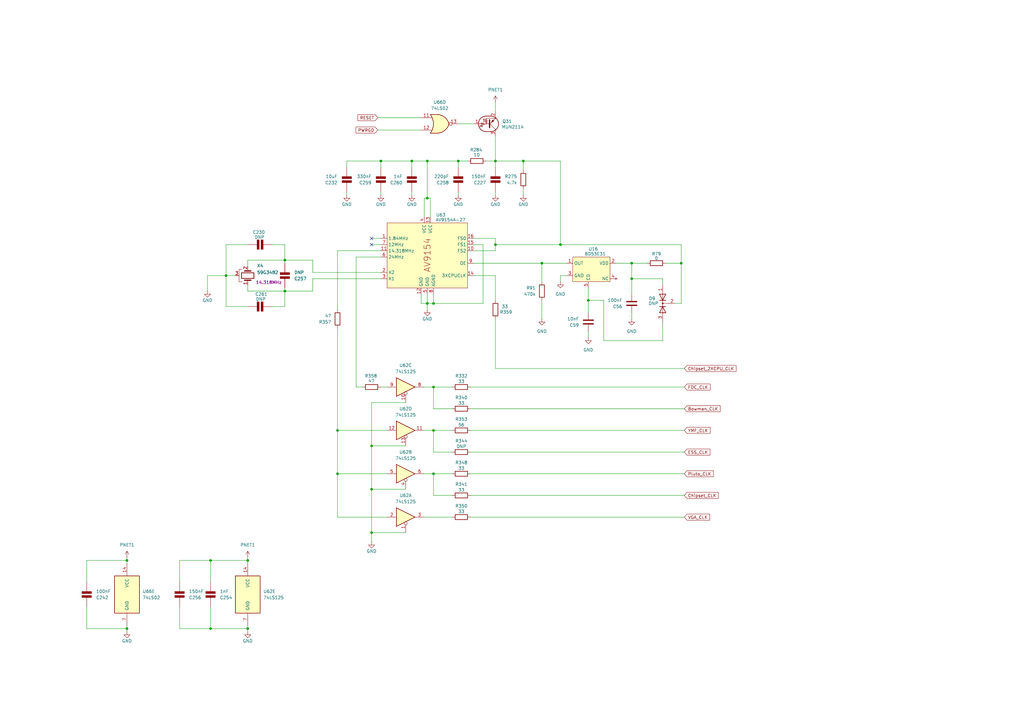
<source format=kicad_sch>
(kicad_sch (version 20250114) (generator "eeschema") (generator_version "9.0")
  (paper "A3")
  (title_block (title "PC110") (company "Recreated by: Ahmad Byagowi"))
  (lib_symbols
    (symbol "74xx:74LS02" (pin_names (offset 1.016))
      (property "Reference" "U" (at 0 1.27 0))
      (property "Value" "74LS02" (at 0 -1.27 0))
      (symbol "74LS02_1_1"
        (arc (start -3.81 3.81) (mid -2.589 0) (end -3.81 -3.81) (stroke (width 0.254)))
        (polyline (pts (xy -3.81 3.81) (xy -0.635 3.81)) (stroke (width 0.254)) (fill (type background)))
        (polyline (pts (xy -3.81 -3.81) (xy -0.635 -3.81)) (stroke (width 0.254)) (fill (type background)))
        (arc (start 3.81 0) (mid 2.1855 -2.584) (end -0.6096 -3.81) (stroke (width 0.254)) (fill (type background)))
        (arc (start -0.6096 3.81) (mid 2.1928 2.5924) (end 3.81 0) (stroke (width 0.254)) (fill (type background)))
        (polyline (pts (xy -0.635 3.81) (xy -3.81 3.81) (xy -3.81 3.81) (xy -3.556 3.4036) (xy -3.0226 2.2606) (xy -2.6924 1.0414) (xy -2.6162 -0.254) (xy -2.7686 -1.4986) (xy -3.175 -2.7178) (xy -3.81 -3.81) (xy -3.81 -3.81) (xy -0.635 -3.81)) (stroke (width -25.4)) (fill (type background)))
        (pin input line (at -7.62 2.54 0) (length 4.318) (name "~") (number "2"))
        (pin input line (at -7.62 -2.54 0) (length 4.318) (name "~") (number "3"))
        (pin output inverted (at 7.62 0 180) (length 3.81) (name "~") (number "1"))
      )
      (symbol "74LS02_1_2"
        (arc (start 0 3.81) (mid 3.7934 0) (end 0 -3.81) (stroke (width 0.254)) (fill (type background)))
        (polyline (pts (xy 0 3.81) (xy -3.81 3.81) (xy -3.81 -3.81) (xy 0 -3.81)) (stroke (width 0.254)) (fill (type background)))
        (pin input inverted (at -7.62 2.54 0) (length 3.81) (name "~") (number "2"))
        (pin input inverted (at -7.62 -2.54 0) (length 3.81) (name "~") (number "3"))
        (pin output line (at 7.62 0 180) (length 3.81) (name "~") (number "1"))
      )
      (symbol "74LS02_2_1"
        (arc (start -3.81 3.81) (mid -2.589 0) (end -3.81 -3.81) (stroke (width 0.254)))
        (polyline (pts (xy -3.81 3.81) (xy -0.635 3.81)) (stroke (width 0.254)) (fill (type background)))
        (polyline (pts (xy -3.81 -3.81) (xy -0.635 -3.81)) (stroke (width 0.254)) (fill (type background)))
        (arc (start 3.81 0) (mid 2.1855 -2.584) (end -0.6096 -3.81) (stroke (width 0.254)) (fill (type background)))
        (arc (start -0.6096 3.81) (mid 2.1928 2.5924) (end 3.81 0) (stroke (width 0.254)) (fill (type background)))
        (polyline (pts (xy -0.635 3.81) (xy -3.81 3.81) (xy -3.81 3.81) (xy -3.556 3.4036) (xy -3.0226 2.2606) (xy -2.6924 1.0414) (xy -2.6162 -0.254) (xy -2.7686 -1.4986) (xy -3.175 -2.7178) (xy -3.81 -3.81) (xy -3.81 -3.81) (xy -0.635 -3.81)) (stroke (width -25.4)) (fill (type background)))
        (pin input line (at -7.62 2.54 0) (length 4.318) (name "~") (number "5"))
        (pin input line (at -7.62 -2.54 0) (length 4.318) (name "~") (number "6"))
        (pin output inverted (at 7.62 0 180) (length 3.81) (name "~") (number "4"))
      )
      (symbol "74LS02_2_2"
        (arc (start 0 3.81) (mid 3.7934 0) (end 0 -3.81) (stroke (width 0.254)) (fill (type background)))
        (polyline (pts (xy 0 3.81) (xy -3.81 3.81) (xy -3.81 -3.81) (xy 0 -3.81)) (stroke (width 0.254)) (fill (type background)))
        (pin input inverted (at -7.62 2.54 0) (length 3.81) (name "~") (number "5"))
        (pin input inverted (at -7.62 -2.54 0) (length 3.81) (name "~") (number "6"))
        (pin output line (at 7.62 0 180) (length 3.81) (name "~") (number "4"))
      )
      (symbol "74LS02_3_1"
        (arc (start -3.81 3.81) (mid -2.589 0) (end -3.81 -3.81) (stroke (width 0.254)))
        (polyline (pts (xy -3.81 3.81) (xy -0.635 3.81)) (stroke (width 0.254)) (fill (type background)))
        (polyline (pts (xy -3.81 -3.81) (xy -0.635 -3.81)) (stroke (width 0.254)) (fill (type background)))
        (arc (start 3.81 0) (mid 2.1855 -2.584) (end -0.6096 -3.81) (stroke (width 0.254)) (fill (type background)))
        (arc (start -0.6096 3.81) (mid 2.1928 2.5924) (end 3.81 0) (stroke (width 0.254)) (fill (type background)))
        (polyline (pts (xy -0.635 3.81) (xy -3.81 3.81) (xy -3.81 3.81) (xy -3.556 3.4036) (xy -3.0226 2.2606) (xy -2.6924 1.0414) (xy -2.6162 -0.254) (xy -2.7686 -1.4986) (xy -3.175 -2.7178) (xy -3.81 -3.81) (xy -3.81 -3.81) (xy -0.635 -3.81)) (stroke (width -25.4)) (fill (type background)))
        (pin input line (at -7.62 2.54 0) (length 4.318) (name "~") (number "8"))
        (pin input line (at -7.62 -2.54 0) (length 4.318) (name "~") (number "9"))
        (pin output inverted (at 7.62 0 180) (length 3.81) (name "~") (number "10"))
      )
      (symbol "74LS02_3_2"
        (arc (start 0 3.81) (mid 3.7934 0) (end 0 -3.81) (stroke (width 0.254)) (fill (type background)))
        (polyline (pts (xy 0 3.81) (xy -3.81 3.81) (xy -3.81 -3.81) (xy 0 -3.81)) (stroke (width 0.254)) (fill (type background)))
        (pin input inverted (at -7.62 2.54 0) (length 3.81) (name "~") (number "8"))
        (pin input inverted (at -7.62 -2.54 0) (length 3.81) (name "~") (number "9"))
        (pin output line (at 7.62 0 180) (length 3.81) (name "~") (number "10"))
      )
      (symbol "74LS02_4_1"
        (arc (start -3.81 3.81) (mid -2.589 0) (end -3.81 -3.81) (stroke (width 0.254)))
        (polyline (pts (xy -3.81 3.81) (xy -0.635 3.81)) (stroke (width 0.254)) (fill (type background)))
        (polyline (pts (xy -3.81 -3.81) (xy -0.635 -3.81)) (stroke (width 0.254)) (fill (type background)))
        (arc (start 3.81 0) (mid 2.1855 -2.584) (end -0.6096 -3.81) (stroke (width 0.254)) (fill (type background)))
        (arc (start -0.6096 3.81) (mid 2.1928 2.5924) (end 3.81 0) (stroke (width 0.254)) (fill (type background)))
        (polyline (pts (xy -0.635 3.81) (xy -3.81 3.81) (xy -3.81 3.81) (xy -3.556 3.4036) (xy -3.0226 2.2606) (xy -2.6924 1.0414) (xy -2.6162 -0.254) (xy -2.7686 -1.4986) (xy -3.175 -2.7178) (xy -3.81 -3.81) (xy -3.81 -3.81) (xy -0.635 -3.81)) (stroke (width -25.4)) (fill (type background)))
        (pin input line (at -7.62 2.54 0) (length 4.318) (name "~") (number "11"))
        (pin input line (at -7.62 -2.54 0) (length 4.318) (name "~") (number "12"))
        (pin output inverted (at 7.62 0 180) (length 3.81) (name "~") (number "13"))
      )
      (symbol "74LS02_4_2"
        (arc (start 0 3.81) (mid 3.7934 0) (end 0 -3.81) (stroke (width 0.254)) (fill (type background)))
        (polyline (pts (xy 0 3.81) (xy -3.81 3.81) (xy -3.81 -3.81) (xy 0 -3.81)) (stroke (width 0.254)) (fill (type background)))
        (pin input inverted (at -7.62 2.54 0) (length 3.81) (name "~") (number "11"))
        (pin input inverted (at -7.62 -2.54 0) (length 3.81) (name "~") (number "12"))
        (pin output line (at 7.62 0 180) (length 3.81) (name "~") (number "13"))
      )
      (symbol "74LS02_5_0"
        (pin power_in line (at 0 12.7 270) (length 5.08) (name "VCC") (number "14"))
        (pin power_in line (at 0 -12.7 90) (length 5.08) (name "GND") (number "7"))
      )
      (symbol "74LS02_5_1"
        (rectangle (start -5.08 7.62) (end 5.08 -7.62) (stroke (width 0.254)) (fill (type background)))
      )
    )
    (symbol "74xx:74LS125" (pin_names (offset 1.016))
      (property "Reference" "U" (at 0 1.27 0))
      (property "Value" "74LS125" (at 0 -1.27 0))
      (symbol "74LS125_1_0"
        (polyline (pts (xy -3.81 3.81) (xy -3.81 -3.81) (xy 3.81 0) (xy -3.81 3.81)) (stroke (width 0.254)) (fill (type background)))
        (pin input line (at -7.62 0 0) (length 3.81) (name "~") (number "2"))
        (pin input inverted (at 0 -6.35 90) (length 4.445) (name "~") (number "1"))
        (pin tri_state line (at 7.62 0 180) (length 3.81) (name "~") (number "3"))
      )
      (symbol "74LS125_2_0"
        (polyline (pts (xy -3.81 3.81) (xy -3.81 -3.81) (xy 3.81 0) (xy -3.81 3.81)) (stroke (width 0.254)) (fill (type background)))
        (pin input line (at -7.62 0 0) (length 3.81) (name "~") (number "5"))
        (pin input inverted (at 0 -6.35 90) (length 4.445) (name "~") (number "4"))
        (pin tri_state line (at 7.62 0 180) (length 3.81) (name "~") (number "6"))
      )
      (symbol "74LS125_3_0"
        (polyline (pts (xy -3.81 3.81) (xy -3.81 -3.81) (xy 3.81 0) (xy -3.81 3.81)) (stroke (width 0.254)) (fill (type background)))
        (pin input line (at -7.62 0 0) (length 3.81) (name "~") (number "9"))
        (pin input inverted (at 0 -6.35 90) (length 4.445) (name "~") (number "10"))
        (pin tri_state line (at 7.62 0 180) (length 3.81) (name "~") (number "8"))
      )
      (symbol "74LS125_4_0"
        (polyline (pts (xy -3.81 3.81) (xy -3.81 -3.81) (xy 3.81 0) (xy -3.81 3.81)) (stroke (width 0.254)) (fill (type background)))
        (pin input line (at -7.62 0 0) (length 3.81) (name "~") (number "12"))
        (pin input inverted (at 0 -6.35 90) (length 4.445) (name "~") (number "13"))
        (pin tri_state line (at 7.62 0 180) (length 3.81) (name "~") (number "11"))
      )
      (symbol "74LS125_5_0"
        (pin power_in line (at 0 12.7 270) (length 5.08) (name "VCC") (number "14"))
        (pin power_in line (at 0 -12.7 90) (length 5.08) (name "GND") (number "7"))
      )
      (symbol "74LS125_5_1"
        (rectangle (start -5.08 7.62) (end 5.08 -7.62) (stroke (width 0.254)) (fill (type background)))
      )
    )
    (symbol "Device:C" (pin_numbers (hide yes)) (pin_names (offset 0.254))
      (property "Reference" "C" (at 0.635 2.54 0))
      (property "Value" "C" (at 0.635 -2.54 0))
      (symbol "C_0_1"
        (polyline (pts (xy -2.032 0.762) (xy 2.032 0.762)) (stroke (width 0.508)))
        (polyline (pts (xy -2.032 -0.762) (xy 2.032 -0.762)) (stroke (width 0.508)))
      )
      (symbol "C_1_1"
        (pin passive line (at 0 3.81 270) (length 2.794) (name "~") (number "1"))
        (pin passive line (at 0 -3.81 90) (length 2.794) (name "~") (number "2"))
      )
    )
    (symbol "Device:Crystal_GND3" (pin_names (offset 1.016) (hide yes))
      (property "Reference" "Y" (at 0 5.715 0))
      (property "Value" "Crystal_GND3" (at 0 3.81 0))
      (symbol "Crystal_GND3_0_1"
        (polyline (pts (xy -2.54 0) (xy -1.905 0)))
        (polyline (pts (xy -2.54 -2.286) (xy -2.54 -3.556) (xy 2.54 -3.556) (xy 2.54 -2.286)))
        (polyline (pts (xy -1.905 -1.27) (xy -1.905 1.27)) (stroke (width 0.508)))
        (rectangle (start -1.143 2.54) (end 1.143 -2.54) (stroke (width 0.3048)))
        (polyline (pts (xy 0 -3.81) (xy 0 -3.556)))
        (polyline (pts (xy 1.905 1.27) (xy 1.905 -1.27)) (stroke (width 0.508)))
        (polyline (pts (xy 1.905 0) (xy 2.54 0)))
      )
      (symbol "Crystal_GND3_1_1"
        (pin passive line (at -3.81 0 0) (length 1.27) (name "1") (number "1"))
        (pin passive line (at 0 -5.08 90) (length 1.27) (name "3") (number "3"))
        (pin passive line (at 3.81 0 180) (length 1.27) (name "2") (number "2"))
      )
    )
    (symbol "Device:D_Dual_CommonCathode_AKA" (pin_names (offset 0.762) (hide yes))
      (property "Reference" "D" (at 1.27 -2.54 0))
      (property "Value" "D_Dual_CommonCathode_AKA" (at 0 2.54 0))
      (symbol "D_Dual_CommonCathode_AKA_0_1"
        (polyline (pts (xy -3.81 1.27) (xy -1.27 0) (xy -3.81 -1.27) (xy -3.81 1.27) (xy -3.81 1.27) (xy -3.81 1.27)) (stroke (width 0.254)))
        (polyline (pts (xy -1.27 -1.27) (xy -1.27 1.27) (xy -1.27 1.27)) (stroke (width 0.254)))
        (polyline (pts (xy 0 0) (xy 0 -2.54)))
        (circle (center 0 0) (radius 0.254) (fill (type outline)))
        (polyline (pts (xy 1.27 -1.27) (xy 1.27 1.27) (xy 1.27 1.27)) (stroke (width 0.254)))
        (polyline (pts (xy 3.81 0) (xy -3.81 0)))
        (polyline (pts (xy 3.81 -1.27) (xy 1.27 0) (xy 3.81 1.27) (xy 3.81 -1.27) (xy 3.81 -1.27) (xy 3.81 -1.27)) (stroke (width 0.254)))
        (pin passive line (at -7.62 0 0) (length 3.81) (name "A") (number "1"))
        (pin passive line (at 0 -5.08 90) (length 2.54) (name "K") (number "2"))
        (pin passive line (at 7.62 0 180) (length 3.81) (name "A") (number "3"))
      )
    )
    (symbol "Device:R" (pin_numbers (hide yes)) (pin_names (offset 0))
      (property "Reference" "R" (at 2.032 0 90))
      (property "Value" "R" (at 0 0 90))
      (symbol "R_0_1"
        (rectangle (start -1.016 -2.54) (end 1.016 2.54) (stroke (width 0.254)))
      )
      (symbol "R_1_1"
        (pin passive line (at 0 3.81 270) (length 1.27) (name "~") (number "1"))
        (pin passive line (at 0 -3.81 90) (length 1.27) (name "~") (number "2"))
      )
    )
    (symbol "PC110:AV9154"
      (property "Reference" "U" (at -1.397 -23.495 0))
      (symbol "AV9154_1_1"
        (rectangle (start -16.51 12.7) (end 16.51 -13.97) (fill (type color) (color 255 255 194 1)))
        (text "AV9154" (at 0 -0.508 900) (effects (font (size 2.54 2.54))))
        (pin output line (at -19.05 6.35 0) (length 2.54) (name "1.84MHz") (number "1"))
        (pin output line (at -19.05 3.81 0) (length 2.54) (name "12MHz") (number "7"))
        (pin output line (at -19.05 1.27 0) (length 2.54) (name "14.318MHz") (number "11"))
        (pin output line (at -19.05 -1.27 0) (length 2.54) (name "24MHz") (number "6"))
        (pin bidirectional line (at -19.05 -7.62 0) (length 2.54) (name "X2") (number "2"))
        (pin bidirectional line (at -19.05 -10.16 0) (length 2.54) (name "X1") (number "3"))
        (pin power_in line (at -2.54 -16.51 90) (length 2.54) (name "GND") (number "12"))
        (pin power_in line (at -1.27 15.24 270) (length 2.54) (name "VCC") (number "4"))
        (pin power_in line (at 0 -16.51 90) (length 2.54) (name "GND") (number "5"))
        (pin power_in line (at 1.27 15.24 270) (length 2.54) (name "VCC") (number "13"))
        (pin power_in line (at 2.54 -16.51 90) (length 2.54) (name "AGND") (number "8"))
        (pin input line (at 19.05 6.35 180) (length 2.54) (name "FS0") (number "16"))
        (pin input line (at 19.05 3.81 180) (length 2.54) (name "FS1") (number "15"))
        (pin input line (at 19.05 1.27 180) (length 2.54) (name "FS2") (number "10"))
        (pin input line (at 19.05 -3.81 180) (length 2.54) (name "OE") (number "9"))
        (pin input line (at 19.05 -8.89 180) (length 2.54) (name "3XCPUCLK") (number "14"))
      )
    )
    (symbol "PC110:QC01"
      (property "Reference" "U" (at -4.826 6.096 0))
      (symbol "QC01_1_1"
        (rectangle (start -7.62 5.08) (end 7.62 -5.08) (fill (type color) (color 255 255 194 1)))
        (pin power_in line (at -10.16 2.54 0) (length 2.54) (name "VDD") (number "2"))
        (pin no_connect line (at -10.16 -3.81 0) (length 2.54) (name "NC") (number "4"))
        (pin input line (at 1.27 -7.62 90) (length 2.54) (name "CD") (number "5"))
        (pin output line (at 10.16 2.54 180) (length 2.54) (name "OUT") (number "1"))
        (pin power_in line (at 10.16 -2.54 180) (length 2.54) (name "GND") (number "3"))
      )
    )
    (symbol "PCM_Elektuur:C" (pin_numbers (hide yes)) (pin_names (offset 0) (hide yes))
      (property "Reference" "C" (at 0.635 3.175 0))
      (property "Value" "C" (at 0.635 -3.175 0))
      (symbol "C_1_1"
        (rectangle (start -1.905 1.1938) (end 1.905 0.4318) (stroke (width 0.254)) (fill (type outline)))
        (rectangle (start -1.905 -0.4318) (end 1.905 -1.1938) (stroke (width 0.254)) (fill (type outline)))
        (pin passive line (at 0 5.08 270) (length 3.8862) (name "+") (number "1"))
        (pin passive line (at 0 -5.08 90) (length 3.8862) (name "-") (number "2"))
      )
      (symbol "C_1_2"
        (polyline (pts (xy -1.905 0.4318) (xy 1.905 0.4318) (xy 1.905 1.4986) (xy -1.905 1.4986) (xy -1.905 0.4318) (xy -1.8034 0.5334) (xy -1.8034 1.397) (xy 1.8034 1.397) (xy 1.8034 0.5334) (xy -1.8034 0.5334) (xy -1.905 0.4318)) (stroke (width 0.254)) (fill (type outline)))
        (polyline (pts (xy -1.905 -1.4986) (xy 1.905 -1.4986) (xy 1.905 -0.4318) (xy -1.905 -0.4318) (xy -1.905 -1.4986) (xy -1.8034 -1.397) (xy -1.8034 -0.5334) (xy 1.8034 -0.5334) (xy 1.8034 -1.397) (xy -1.8034 -1.397) (xy -1.905 -1.4986)) (stroke (width 0.254)) (fill (type outline)))
        (pin passive line (at 0 5.08 270) (length 3.5814) (name "+") (number "1"))
        (pin passive line (at 0 -5.08 90) (length 3.5814) (name "-") (number "2"))
      )
    )
    (symbol "Transistor_BJT:DTA114Y" (pin_names (offset 0) (hide yes))
      (property "Reference" "Q" (at 5.08 1.905 0))
      (property "Value" "DTA114Y" (at 5.08 0 0))
      (symbol "DTA114Y_0_0"
        (text "10k" (at -3.302 0.889 0) (effects (font (size 0.508 0.508))))
        (text "47k" (at -2.159 -1.524 900) (effects (font (size 0.508 0.508))))
      )
      (symbol "DTA114Y_0_1"
        (polyline (pts (xy -3.429 0) (xy -3.81 0)))
        (polyline (pts (xy -1.27 3.175) (xy 0.635 3.175)) (stroke (width 0.254)))
        (circle (center -1.27 0) (radius 0.127))
        (polyline (pts (xy -1.27 0) (xy -1.27 -0.381) (xy -0.762 -0.508) (xy -1.778 -0.762) (xy -0.762 -1.016) (xy -1.778 -1.27) (xy -0.762 -1.524) (xy -1.778 -1.778) (xy -1.27 -1.905) (xy -1.27 -2.286) (xy 2.54 -2.286)))
        (polyline (pts (xy -1.27 -3.175) (xy 0.635 -3.175)) (stroke (width 0.254)))
        (arc (start -1.27 -3.175) (mid -4.4312 0) (end -1.27 3.175) (stroke (width 0.254)))
        (polyline (pts (xy 0 0) (xy -1.905 0) (xy -2.032 0.508) (xy -2.286 -0.508) (xy -2.54 0.508) (xy -2.794 -0.508) (xy -3.048 0.508) (xy -3.302 -0.508) (xy -3.429 0)))
        (polyline (pts (xy 0 -0.254) (xy 2.54 2.286)))
        (polyline (pts (xy 0.127 1.524) (xy 0.127 -1.651)) (stroke (width 0.508)) (fill (type outline)))
        (arc (start 0.635 3.175) (mid 3.7962 0) (end 0.635 -3.175) (stroke (width 0.254)))
        (polyline (pts (xy 1.397 -1.651) (xy 1.905 -1.143) (xy 0.889 -0.635) (xy 1.397 -1.651)) (fill (type outline)))
        (polyline (pts (xy 2.54 2.286) (xy 2.54 2.54)))
        (polyline (pts (xy 2.54 -2.286) (xy 0 0.254) (xy 0 0.254)))
        (circle (center 2.54 -2.286) (radius 0.127))
      )
      (symbol "DTA114Y_1_1"
        (pin input line (at -6.35 0 0) (length 2.54) (name "B") (number "1"))
        (pin passive line (at 2.54 5.08 270) (length 2.54) (name "C") (number "3"))
        (pin passive line (at 2.54 -5.08 90) (length 2.54) (name "E") (number "2"))
      )
    )
    (symbol "power:GND" (power) (pin_numbers (hide yes)) (pin_names (offset 0) (hide yes))
      (property "Value" "GND" (at 0 -3.81 0))
      (symbol "GND_0_1"
        (polyline (pts (xy 0 0) (xy 0 -1.27) (xy 1.27 -1.27) (xy 0 -2.54) (xy -1.27 -1.27) (xy 0 -1.27)))
      )
      (symbol "GND_1_1"
        (pin power_in line (at 0 0 270) (length 0) (name "~") (number "1"))
      )
    )
    (symbol "power:VCC" (power) (pin_numbers (hide yes)) (pin_names (offset 0) (hide yes))
      (property "Value" "VCC" (at 0 3.556 0))
      (symbol "VCC_0_1"
        (polyline (pts (xy -0.762 1.27) (xy 0 2.54)))
        (polyline (pts (xy 0 2.54) (xy 0.762 1.27)))
        (polyline (pts (xy 0 0) (xy 0 2.54)))
      )
      (symbol "VCC_1_1"
        (pin power_in line (at 0 0 90) (length 0) (name "~") (number "1"))
      )
    )
  )
  (junction (at 187.96 66.04))
  (junction (at 214.63 66.04))
  (junction (at 138.43 176.53))
  (junction (at 86.36 257.81))
  (junction (at 92.71 113.03))
  (junction (at 222.25 107.95))
  (junction (at 175.26 81.28))
  (junction (at 177.8 158.75))
  (junction (at 175.26 124.46))
  (junction (at 259.08 107.95))
  (junction (at 203.2 100.33))
  (junction (at 177.8 176.53))
  (junction (at 168.91 66.04))
  (junction (at 177.8 124.46))
  (junction (at 175.26 66.04))
  (junction (at 138.43 194.31))
  (junction (at 241.3 123.19))
  (junction (at 116.84 119.38))
  (junction (at 101.6 229.87))
  (junction (at 152.4 182.88))
  (junction (at 152.4 200.66))
  (junction (at 229.87 100.33))
  (junction (at 116.84 106.68))
  (junction (at 156.21 66.04))
  (junction (at 203.2 66.04))
  (junction (at 152.4 218.44))
  (junction (at 52.07 229.87))
  (junction (at 86.36 229.87))
  (junction (at 101.6 257.81))
  (junction (at 279.4 107.95))
  (junction (at 259.08 114.3))
  (junction (at 52.07 257.81))
  (junction (at 177.8 194.31))
  (no_connect (at 152.4 100.33))
  (no_connect (at 152.4 97.79))
  (wire (pts (xy 259.08 107.95) (xy 259.08 114.3)))
  (wire (pts (xy 85.09 113.03) (xy 92.71 113.03)))
  (wire (pts (xy 172.72 53.34) (xy 154.94 53.34)))
  (wire (pts (xy 247.65 139.7) (xy 247.65 123.19)))
  (wire (pts (xy 198.12 100.33) (xy 198.12 124.46)))
  (wire (pts (xy 203.2 55.88) (xy 203.2 66.04)))
  (wire (pts (xy 203.2 100.33) (xy 229.87 100.33)))
  (wire (pts (xy 156.21 66.04) (xy 156.21 68.58)))
  (wire (pts (xy 247.65 123.19) (xy 241.3 123.19)))
  (wire (pts (xy 185.42 203.2) (xy 177.8 203.2)))
  (wire (pts (xy 203.2 102.87) (xy 194.31 102.87)))
  (wire (pts (xy 101.6 256.54) (xy 101.6 257.81)))
  (wire (pts (xy 175.26 127) (xy 175.26 124.46)))
  (wire (pts (xy 175.26 124.46) (xy 177.8 124.46)))
  (wire (pts (xy 138.43 127) (xy 138.43 102.87)))
  (wire (pts (xy 252.73 107.95) (xy 259.08 107.95)))
  (wire (pts (xy 265.43 107.95) (xy 259.08 107.95)))
  (wire (pts (xy 116.84 125.73) (xy 116.84 119.38)))
  (wire (pts (xy 35.56 229.87) (xy 52.07 229.87)))
  (wire (pts (xy 173.99 88.9) (xy 173.99 81.28)))
  (wire (pts (xy 138.43 212.09) (xy 158.75 212.09)))
  (wire (pts (xy 203.2 151.13) (xy 280.67 151.13)))
  (wire (pts (xy 142.24 78.74) (xy 142.24 80.01)))
  (wire (pts (xy 176.53 81.28) (xy 176.53 88.9)))
  (wire (pts (xy 86.36 248.92) (xy 86.36 257.81)))
  (wire (pts (xy 193.04 203.2) (xy 280.67 203.2)))
  (wire (pts (xy 148.59 158.75) (xy 146.05 158.75)))
  (wire (pts (xy 271.78 116.84) (xy 271.78 114.3)))
  (wire (pts (xy 279.4 107.95) (xy 279.4 100.33)))
  (wire (pts (xy 232.41 113.03) (xy 229.87 113.03)))
  (wire (pts (xy 173.99 194.31) (xy 177.8 194.31)))
  (wire (pts (xy 175.26 81.28) (xy 176.53 81.28)))
  (wire (pts (xy 194.31 100.33) (xy 198.12 100.33)))
  (wire (pts (xy 203.2 41.91) (xy 203.2 45.72)))
  (wire (pts (xy 152.4 182.88) (xy 152.4 200.66)))
  (wire (pts (xy 101.6 106.68) (xy 101.6 109.22)))
  (wire (pts (xy 279.4 107.95) (xy 273.05 107.95)))
  (wire (pts (xy 128.27 114.3) (xy 156.21 114.3)))
  (wire (pts (xy 138.43 194.31) (xy 158.75 194.31)))
  (wire (pts (xy 172.72 124.46) (xy 175.26 124.46)))
  (wire (pts (xy 271.78 139.7) (xy 247.65 139.7)))
  (wire (pts (xy 193.04 194.31) (xy 280.67 194.31)))
  (wire (pts (xy 203.2 66.04) (xy 203.2 68.58)))
  (wire (pts (xy 128.27 119.38) (xy 116.84 119.38)))
  (wire (pts (xy 276.86 124.46) (xy 279.4 124.46)))
  (wire (pts (xy 101.6 119.38) (xy 101.6 116.84)))
  (wire (pts (xy 101.6 100.33) (xy 92.71 100.33)))
  (wire (pts (xy 241.3 123.19) (xy 241.3 128.27)))
  (wire (pts (xy 152.4 182.88) (xy 166.37 182.88)))
  (wire (pts (xy 92.71 125.73) (xy 92.71 113.03)))
  (wire (pts (xy 73.66 229.87) (xy 86.36 229.87)))
  (wire (pts (xy 175.26 66.04) (xy 175.26 81.28)))
  (wire (pts (xy 116.84 119.38) (xy 116.84 118.11)))
  (wire (pts (xy 116.84 106.68) (xy 116.84 107.95)))
  (wire (pts (xy 214.63 69.85) (xy 214.63 66.04)))
  (wire (pts (xy 156.21 66.04) (xy 168.91 66.04)))
  (wire (pts (xy 138.43 176.53) (xy 138.43 194.31)))
  (wire (pts (xy 193.04 176.53) (xy 280.67 176.53)))
  (wire (pts (xy 92.71 100.33) (xy 92.71 113.03)))
  (wire (pts (xy 259.08 128.27) (xy 259.08 130.81)))
  (wire (pts (xy 194.31 107.95) (xy 222.25 107.95)))
  (wire (pts (xy 152.4 200.66) (xy 166.37 200.66)))
  (wire (pts (xy 128.27 111.76) (xy 128.27 106.68)))
  (wire (pts (xy 156.21 78.74) (xy 156.21 80.01)))
  (wire (pts (xy 203.2 66.04) (xy 199.39 66.04)))
  (wire (pts (xy 152.4 100.33) (xy 156.21 100.33)))
  (wire (pts (xy 52.07 257.81) (xy 35.56 257.81)))
  (wire (pts (xy 203.2 78.74) (xy 203.2 80.01)))
  (wire (pts (xy 116.84 119.38) (xy 101.6 119.38)))
  (wire (pts (xy 214.63 77.47) (xy 214.63 80.01)))
  (wire (pts (xy 259.08 114.3) (xy 271.78 114.3)))
  (wire (pts (xy 177.8 203.2) (xy 177.8 194.31)))
  (wire (pts (xy 173.99 212.09) (xy 185.42 212.09)))
  (wire (pts (xy 241.3 135.89) (xy 241.3 138.43)))
  (wire (pts (xy 177.8 158.75) (xy 185.42 158.75)))
  (wire (pts (xy 142.24 68.58) (xy 142.24 66.04)))
  (wire (pts (xy 73.66 238.76) (xy 73.66 229.87)))
  (wire (pts (xy 168.91 78.74) (xy 168.91 80.01)))
  (wire (pts (xy 52.07 228.6) (xy 52.07 229.87)))
  (wire (pts (xy 177.8 124.46) (xy 177.8 120.65)))
  (wire (pts (xy 152.4 97.79) (xy 156.21 97.79)))
  (wire (pts (xy 203.2 100.33) (xy 203.2 102.87)))
  (wire (pts (xy 92.71 125.73) (xy 101.6 125.73)))
  (wire (pts (xy 52.07 229.87) (xy 52.07 231.14)))
  (wire (pts (xy 214.63 66.04) (xy 229.87 66.04)))
  (wire (pts (xy 193.04 185.42) (xy 280.67 185.42)))
  (wire (pts (xy 92.71 113.03) (xy 96.52 113.03)))
  (wire (pts (xy 177.8 167.64) (xy 177.8 158.75)))
  (wire (pts (xy 191.77 66.04) (xy 187.96 66.04)))
  (wire (pts (xy 185.42 185.42) (xy 177.8 185.42)))
  (wire (pts (xy 222.25 115.57) (xy 222.25 107.95)))
  (wire (pts (xy 193.04 212.09) (xy 280.67 212.09)))
  (wire (pts (xy 203.2 130.81) (xy 203.2 151.13)))
  (wire (pts (xy 203.2 97.79) (xy 203.2 100.33)))
  (wire (pts (xy 166.37 165.1) (xy 152.4 165.1)))
  (wire (pts (xy 271.78 132.08) (xy 271.78 139.7)))
  (wire (pts (xy 187.96 68.58) (xy 187.96 66.04)))
  (wire (pts (xy 73.66 257.81) (xy 86.36 257.81)))
  (wire (pts (xy 35.56 257.81) (xy 35.56 248.92)))
  (wire (pts (xy 194.31 50.8) (xy 187.96 50.8)))
  (wire (pts (xy 52.07 256.54) (xy 52.07 257.81)))
  (wire (pts (xy 194.31 97.79) (xy 203.2 97.79)))
  (wire (pts (xy 101.6 228.6) (xy 101.6 229.87)))
  (wire (pts (xy 259.08 114.3) (xy 259.08 120.65)))
  (wire (pts (xy 222.25 107.95) (xy 232.41 107.95)))
  (wire (pts (xy 168.91 66.04) (xy 168.91 68.58)))
  (wire (pts (xy 52.07 259.08) (xy 52.07 257.81)))
  (wire (pts (xy 175.26 120.65) (xy 175.26 124.46)))
  (wire (pts (xy 229.87 66.04) (xy 229.87 100.33)))
  (wire (pts (xy 116.84 106.68) (xy 101.6 106.68)))
  (wire (pts (xy 214.63 66.04) (xy 203.2 66.04)))
  (wire (pts (xy 193.04 158.75) (xy 280.67 158.75)))
  (wire (pts (xy 194.31 113.03) (xy 203.2 113.03)))
  (wire (pts (xy 111.76 100.33) (xy 116.84 100.33)))
  (wire (pts (xy 172.72 48.26) (xy 154.94 48.26)))
  (wire (pts (xy 173.99 176.53) (xy 177.8 176.53)))
  (wire (pts (xy 279.4 100.33) (xy 229.87 100.33)))
  (wire (pts (xy 177.8 176.53) (xy 185.42 176.53)))
  (wire (pts (xy 73.66 248.92) (xy 73.66 257.81)))
  (wire (pts (xy 86.36 257.81) (xy 101.6 257.81)))
  (wire (pts (xy 146.05 105.41) (xy 146.05 158.75)))
  (wire (pts (xy 229.87 113.03) (xy 229.87 115.57)))
  (wire (pts (xy 177.8 194.31) (xy 185.42 194.31)))
  (wire (pts (xy 152.4 218.44) (xy 166.37 218.44)))
  (wire (pts (xy 128.27 106.68) (xy 116.84 106.68)))
  (wire (pts (xy 116.84 100.33) (xy 116.84 106.68)))
  (wire (pts (xy 35.56 238.76) (xy 35.56 229.87)))
  (wire (pts (xy 156.21 158.75) (xy 158.75 158.75)))
  (wire (pts (xy 241.3 118.11) (xy 241.3 123.19)))
  (wire (pts (xy 85.09 119.38) (xy 85.09 113.03)))
  (wire (pts (xy 86.36 229.87) (xy 101.6 229.87)))
  (wire (pts (xy 187.96 78.74) (xy 187.96 80.01)))
  (wire (pts (xy 279.4 124.46) (xy 279.4 107.95)))
  (wire (pts (xy 185.42 167.64) (xy 177.8 167.64)))
  (wire (pts (xy 138.43 194.31) (xy 138.43 212.09)))
  (wire (pts (xy 101.6 229.87) (xy 101.6 231.14)))
  (wire (pts (xy 173.99 81.28) (xy 175.26 81.28)))
  (wire (pts (xy 198.12 124.46) (xy 177.8 124.46)))
  (wire (pts (xy 138.43 176.53) (xy 158.75 176.53)))
  (wire (pts (xy 146.05 105.41) (xy 156.21 105.41)))
  (wire (pts (xy 222.25 123.19) (xy 222.25 130.81)))
  (wire (pts (xy 138.43 134.62) (xy 138.43 176.53)))
  (wire (pts (xy 111.76 125.73) (xy 116.84 125.73)))
  (wire (pts (xy 152.4 200.66) (xy 152.4 218.44)))
  (wire (pts (xy 86.36 229.87) (xy 86.36 238.76)))
  (wire (pts (xy 193.04 167.64) (xy 280.67 167.64)))
  (wire (pts (xy 172.72 120.65) (xy 172.72 124.46)))
  (wire (pts (xy 168.91 66.04) (xy 175.26 66.04)))
  (wire (pts (xy 177.8 185.42) (xy 177.8 176.53)))
  (wire (pts (xy 138.43 102.87) (xy 156.21 102.87)))
  (wire (pts (xy 175.26 66.04) (xy 187.96 66.04)))
  (wire (pts (xy 142.24 66.04) (xy 156.21 66.04)))
  (wire (pts (xy 173.99 158.75) (xy 177.8 158.75)))
  (wire (pts (xy 101.6 257.81) (xy 101.6 259.08)))
  (wire (pts (xy 152.4 165.1) (xy 152.4 182.88)))
  (wire (pts (xy 203.2 113.03) (xy 203.2 123.19)))
  (wire (pts (xy 128.27 114.3) (xy 128.27 119.38)))
  (wire (pts (xy 128.27 111.76) (xy 156.21 111.76)))
  (wire (pts (xy 152.4 218.44) (xy 152.4 222.25)))
  (global_label "RESET" (shape input) (at 154.94 48.26 180) (property "Intersheetrefs" "${INTERSHEET_REFS}" (effects (hide yes))))
  (global_label "VGA_CLK" (shape input) (at 280.67 212.09 0) (property "Intersheetrefs" "${INTERSHEET_REFS}" (effects (hide yes))))
  (global_label "YMF_CLK" (shape input) (at 280.67 176.53 0) (property "Intersheetrefs" "${INTERSHEET_REFS}" (effects (hide yes))))
  (global_label "Bowman_CLK" (shape input) (at 280.67 167.64 0) (property "Intersheetrefs" "${INTERSHEET_REFS}" (effects (hide yes))))
  (global_label "PWRGD" (shape input) (at 154.94 53.34 180) (property "Intersheetrefs" "${INTERSHEET_REFS}" (effects (hide yes))))
  (global_label "Chipset_2XCPU_CLK" (shape input) (at 280.67 151.13 0) (property "Intersheetrefs" "${INTERSHEET_REFS}" (effects (hide yes))))
  (global_label "FDC_CLK" (shape input) (at 280.67 158.75 0) (property "Intersheetrefs" "${INTERSHEET_REFS}" (effects (hide yes))))
  (global_label "Pluto_CLK" (shape input) (at 280.67 194.31 0) (property "Intersheetrefs" "${INTERSHEET_REFS}" (effects (hide yes))))
  (global_label "ESS_CLK" (shape input) (at 280.67 185.42 0) (property "Intersheetrefs" "${INTERSHEET_REFS}" (effects (hide yes))))
  (global_label "Chipset_CLK" (shape input) (at 280.67 203.2 0) (property "Intersheetrefs" "${INTERSHEET_REFS}" (effects (hide yes))))
  (symbol (lib_id "power:GND") (at 175.26 127 0) (unit 1)
    (property "Reference" "#PWR0310" (effects (hide yes)))
    (property "Value" "GND" (at 175.26 130.81 0))
    (property "Description" "Power symbol creates a global label with name \"GND\" , ground" (effects (hide yes)))
  )
  (symbol (lib_id "Device:R") (at 214.63 73.66 0) (mirror y) (unit 1)
    (property "Reference" "R275" (at 212.09 72.3899 0) (effects (justify left)))
    (property "Value" "4.7k" (at 212.09 74.9299 0) (effects (justify left)))
    (property "Footprint" "PCM_Resistor_SMD_AKL:R_0402_1005Metric" (effects (hide yes)))
    (property "Description" "Resistor" (effects (hide yes)))
  )
  (symbol (lib_id "power:GND") (at 229.87 115.57 0) (mirror y) (unit 1)
    (property "Reference" "#PWR017" (effects (hide yes)))
    (property "Value" "GND" (at 229.87 120.65 0))
    (property "Description" "Power symbol creates a global label with name \"GND\" , ground" (effects (hide yes)))
  )
  (symbol (lib_id "74xx:74LS02") (at 52.07 243.84 0) (unit 5)
    (property "Reference" "U66" (at 58.42 242.5699 0) (effects (justify left)))
    (property "Value" "74LS02" (at 58.42 245.1099 0) (effects (justify left)))
    (property "Footprint" "Package_SO:TSSOP-14_4.4x5mm_P0.65mm" (effects (hide yes)))
    (property "Datasheet" "http://www.ti.com/lit/gpn/sn74ls02" (effects (hide yes)))
    (property "Description" "quad 2-input NOR gate" (effects (hide yes)))
  )
  (symbol (lib_id "Device:R") (at 195.58 66.04 270) (unit 1)
    (property "Reference" "R284" (at 197.866 61.468 90) (effects (justify right)))
    (property "Value" "10" (at 196.8499 63.5 90) (effects (justify right)))
    (property "Footprint" "PCM_Resistor_SMD_AKL:R_0805_2012Metric" (effects (hide yes)))
    (property "Description" "Resistor" (effects (hide yes)))
  )
  (symbol (lib_id "74xx:74LS125") (at 166.37 212.09 0) (unit 1)
    (property "Reference" "U62" (at 166.37 203.2 0))
    (property "Value" "74LS125" (at 166.37 205.74 0))
    (property "Footprint" "Package_SO:TSSOP-14_4.4x5mm_P0.65mm" (effects (hide yes)))
    (property "Datasheet" "http://www.ti.com/lit/gpn/sn74LS125" (effects (hide yes)))
    (property "Description" "Quad buffer 3-State outputs" (effects (hide yes)))
  )
  (symbol (lib_id "74xx:74LS125") (at 166.37 158.75 0) (unit 3)
    (property "Reference" "U62" (at 166.37 149.86 0))
    (property "Value" "74LS125" (at 166.37 152.4 0))
    (property "Footprint" "Package_SO:TSSOP-14_4.4x5mm_P0.65mm" (effects (hide yes)))
    (property "Datasheet" "http://www.ti.com/lit/gpn/sn74LS125" (effects (hide yes)))
    (property "Description" "Quad buffer 3-State outputs" (effects (hide yes)))
  )
  (symbol (lib_id "power:GND") (at 259.08 130.81 0) (mirror y) (unit 1)
    (property "Reference" "#PWR019" (effects (hide yes)))
    (property "Value" "GND" (at 259.08 135.89 0))
    (property "Description" "Power symbol creates a global label with name \"GND\" , ground" (effects (hide yes)))
  )
  (symbol (lib_id "Device:R") (at 189.23 185.42 90) (unit 1)
    (property "Reference" "R344" (at 189.23 180.848 90))
    (property "Value" "DNP" (at 189.23 183.134 90))
    (property "Footprint" "PCM_Resistor_SMD_AKL:R_0402_1005Metric" (effects (hide yes)))
    (property "Description" "Resistor" (effects (hide yes)))
  )
  (symbol (lib_id "Transistor_BJT:DTA114Y") (at 200.66 50.8 0) (mirror x) (unit 1)
    (property "Reference" "Q31" (at 205.994 49.7839 0) (effects (justify left)))
    (property "Value" "MUN2114" (at 205.74 52.07 0) (effects (justify left)))
    (property "Footprint" "PCM_Package_TO_SOT_SMD_AKL:SOT-23" (effects (hide yes)))
    (property "Description" "Digital PNP Transistor, 10k/47k, SOT-23" (effects (hide yes)))
    (property "Topmark" "6D" (effects (hide yes)))
  )
  (symbol (lib_id "PCM_Elektuur:C") (at 168.91 73.66 180) (unit 1)
    (property "Reference" "C260" (at 165.1 74.9301 0) (effects (justify left)))
    (property "Value" "1nF" (at 165.1 72.3901 0) (effects (justify left)))
    (property "Footprint" "Capacitor_SMD:C_0402_1005Metric" (effects (hide yes)))
    (property "Description" "capacitor, non-polarized/bipolar" (effects (hide yes)))
    (property "Indicator" "+" (effects (hide yes)))
    (property "Rating" "V" (effects (hide yes)))
  )
  (symbol (lib_id "PC110:QC01") (at 242.57 110.49 0) (mirror y) (unit 1)
    (property "Reference" "U16" (at 243.332 102.108 0))
    (property "Value" "BD53E31" (at 244.094 104.14 0))
    (property "Footprint" "Package_TO_SOT_SMD:SOT-23-5" (effects (hide yes)))
    (property "Description" "QC01" (effects (hide yes)))
  )
  (symbol (lib_id "PCM_Elektuur:C") (at 156.21 73.66 180) (unit 1)
    (property "Reference" "C259" (at 152.4 74.9301 0) (effects (justify left)))
    (property "Value" "330nF" (at 152.4 72.3901 0) (effects (justify left)))
    (property "Footprint" "Capacitor_SMD:C_0603_1608Metric" (effects (hide yes)))
    (property "Description" "capacitor, non-polarized/bipolar" (effects (hide yes)))
    (property "Indicator" "+" (effects (hide yes)))
    (property "Rating" "V" (effects (hide yes)))
  )
  (symbol (lib_id "power:GND") (at 168.91 80.01 0) (mirror y) (unit 1)
    (property "Reference" "#PWR0301" (effects (hide yes)))
    (property "Value" "GND" (at 168.91 83.82 0))
    (property "Description" "Power symbol creates a global label with name \"GND\" , ground" (effects (hide yes)))
  )
  (symbol (lib_id "Device:R") (at 222.25 119.38 0) (mirror y) (unit 1)
    (property "Reference" "R91" (at 219.71 118.1099 0) (effects (justify left)))
    (property "Value" "470k" (at 219.71 120.6499 0) (effects (justify left)))
    (property "Footprint" "PCM_Resistor_SMD_AKL:R_0402_1005Metric" (effects (hide yes)))
    (property "Description" "Resistor" (effects (hide yes)))
  )
  (symbol (lib_id "PCM_Elektuur:C") (at 86.36 243.84 0) (mirror x) (unit 1)
    (property "Reference" "C254" (at 90.17 245.1101 0) (effects (justify left)))
    (property "Value" "1nF" (at 90.17 242.5701 0) (effects (justify left)))
    (property "Footprint" "Capacitor_SMD:C_0402_1005Metric" (effects (hide yes)))
    (property "Description" "capacitor, non-polarized/bipolar" (effects (hide yes)))
    (property "Indicator" "+" (effects (hide yes)))
    (property "Rating" "V" (effects (hide yes)))
  )
  (symbol (lib_id "Device:R") (at 138.43 130.81 0) (mirror x) (unit 1)
    (property "Reference" "R357" (at 135.89 132.0801 0) (effects (justify right)))
    (property "Value" "47" (at 135.89 129.5401 0) (effects (justify right)))
    (property "Footprint" "PCM_Resistor_SMD_AKL:R_0402_1005Metric" (effects (hide yes)))
    (property "Description" "Resistor" (effects (hide yes)))
  )
  (symbol (lib_id "Device:C") (at 259.08 124.46 0) (unit 1)
    (property "Reference" "C56" (at 255.27 125.7301 0) (effects (justify right)))
    (property "Value" "100nF" (at 255.27 123.1901 0) (effects (justify right)))
    (property "Footprint" "Capacitor_SMD:C_0402_1005Metric" (effects (hide yes)))
    (property "Description" "Unpolarized capacitor" (effects (hide yes)))
  )
  (symbol (lib_id "Device:R") (at 269.24 107.95 270) (mirror x) (unit 1)
    (property "Reference" "R79" (at 269.24 104.14 90))
    (property "Value" "0" (at 269.24 105.918 90))
    (property "Footprint" "PCM_Resistor_SMD_AKL:R_0402_1005Metric" (effects (hide yes)))
    (property "Description" "Resistor" (effects (hide yes)))
  )
  (symbol (lib_id "Device:Crystal_GND3") (at 101.6 113.03 270) (mirror x) (unit 1)
    (property "Reference" "X4" (at 105.41 108.966 90) (effects (justify left)))
    (property "Value" "59G3482" (at 105.41 111.7601 90) (effects (justify left)))
    (property "Footprint" "PC110:XTAL-6" (effects (hide yes)))
    (property "Description" "Three pin crystal, GND on pin 3" (effects (hide yes)))
    (property "Frequency" "14.318MHz" (at 110.236 115.824 90))
  )
  (symbol (lib_id "PCM_Elektuur:C") (at 106.68 125.73 270) (unit 1)
    (property "Reference" "C261" (at 104.648 120.65 90) (effects (justify left)))
    (property "Value" "DNP" (at 104.902 122.682 90) (effects (justify left)))
    (property "Footprint" "Capacitor_SMD:C_0402_1005Metric" (effects (hide yes)))
    (property "Description" "capacitor, non-polarized/bipolar" (effects (hide yes)))
    (property "Indicator" "+" (effects (hide yes)))
    (property "Rating" "V" (effects (hide yes)))
  )
  (symbol (lib_id "Device:R") (at 189.23 167.64 90) (unit 1)
    (property "Reference" "R340" (at 189.23 163.068 90))
    (property "Value" "33" (at 189.23 165.354 90))
    (property "Footprint" "PCM_Resistor_SMD_AKL:R_0402_1005Metric" (effects (hide yes)))
    (property "Description" "Resistor" (effects (hide yes)))
  )
  (symbol (lib_id "PCM_Elektuur:C") (at 35.56 243.84 0) (mirror x) (unit 1)
    (property "Reference" "C242" (at 39.37 245.1101 0) (effects (justify left)))
    (property "Value" "100nF" (at 39.37 242.5701 0) (effects (justify left)))
    (property "Footprint" "Capacitor_SMD:C_0402_1005Metric" (effects (hide yes)))
    (property "Description" "capacitor, non-polarized/bipolar" (effects (hide yes)))
    (property "Indicator" "+" (effects (hide yes)))
    (property "Rating" "V" (effects (hide yes)))
  )
  (symbol (lib_id "power:VCC") (at 101.6 228.6 0) (mirror y) (unit 1)
    (property "Reference" "#PWR0307" (effects (hide yes)))
    (property "Value" "PNET1" (at 101.6 223.52 0))
    (property "Description" "Power symbol creates a global label with name \"VCC\"" (effects (hide yes)))
  )
  (symbol (lib_id "PCM_Elektuur:C") (at 203.2 73.66 180) (unit 1)
    (property "Reference" "C227" (at 199.39 74.9301 0) (effects (justify left)))
    (property "Value" "150nF" (at 199.39 72.3901 0) (effects (justify left)))
    (property "Footprint" "Capacitor_SMD:C_0402_1005Metric" (effects (hide yes)))
    (property "Description" "capacitor, non-polarized/bipolar" (effects (hide yes)))
    (property "Indicator" "+" (effects (hide yes)))
    (property "Rating" "V" (effects (hide yes)))
  )
  (symbol (lib_id "PC110:AV9154") (at 175.26 104.14 0) (unit 1)
    (property "Reference" "U63" (at 178.816 88.138 0) (effects (justify left)))
    (property "Value" "AV9154A-27" (at 178.6733 90.17 0) (effects (justify left)))
    (property "Footprint" "PC110:SOIC-16W" (effects (hide yes)))
  )
  (symbol (lib_id "power:GND") (at 101.6 259.08 0) (unit 1)
    (property "Reference" "#PWR0306" (effects (hide yes)))
    (property "Value" "GND" (at 101.6 262.89 0))
    (property "Description" "Power symbol creates a global label with name \"GND\" , ground" (effects (hide yes)))
  )
  (symbol (lib_id "Device:D_Dual_CommonCathode_AKA") (at 271.78 124.46 90) (mirror x) (unit 1)
    (property "Reference" "D9" (at 267.462 122.428 90))
    (property "Value" "DNP" (at 267.97 124.46 90))
    (property "Footprint" "PC110:3D" (effects (hide yes)))
    (property "Description" "Dual diode, common cathode on pin 2" (effects (hide yes)))
  )
  (symbol (lib_id "power:VCC") (at 52.07 228.6 0) (mirror y) (unit 1)
    (property "Reference" "#PWR0308" (effects (hide yes)))
    (property "Value" "PNET1" (at 52.07 223.52 0))
    (property "Description" "Power symbol creates a global label with name \"VCC\"" (effects (hide yes)))
  )
  (symbol (lib_id "Device:R") (at 152.4 158.75 270) (unit 1)
    (property "Reference" "R358" (at 154.686 154.178 90) (effects (justify right)))
    (property "Value" "47" (at 153.6699 156.21 90) (effects (justify right)))
    (property "Footprint" "PCM_Resistor_SMD_AKL:R_0402_1005Metric" (effects (hide yes)))
    (property "Description" "Resistor" (effects (hide yes)))
  )
  (symbol (lib_id "74xx:74LS02") (at 180.34 50.8 0) (unit 4)
    (property "Reference" "U66" (at 180.34 41.91 0))
    (property "Value" "74LS02" (at 180.34 44.45 0))
    (property "Footprint" "Package_SO:TSSOP-14_4.4x5mm_P0.65mm" (effects (hide yes)))
    (property "Datasheet" "http://www.ti.com/lit/gpn/sn74ls02" (effects (hide yes)))
    (property "Description" "quad 2-input NOR gate" (effects (hide yes)))
  )
  (symbol (lib_id "power:GND") (at 187.96 80.01 0) (mirror y) (unit 1)
    (property "Reference" "#PWR0302" (effects (hide yes)))
    (property "Value" "GND" (at 187.96 83.82 0))
    (property "Description" "Power symbol creates a global label with name \"GND\" , ground" (effects (hide yes)))
  )
  (symbol (lib_id "Device:R") (at 203.2 127 0) (mirror y) (unit 1)
    (property "Reference" "R359" (at 204.978 128.016 0) (effects (justify right)))
    (property "Value" "33" (at 205.74 125.7301 0) (effects (justify right)))
    (property "Footprint" "PCM_Resistor_SMD_AKL:R_0402_1005Metric" (effects (hide yes)))
    (property "Description" "Resistor" (effects (hide yes)))
  )
  (symbol (lib_id "Device:C") (at 241.3 132.08 0) (unit 1)
    (property "Reference" "C59" (at 237.49 133.3501 0) (effects (justify right)))
    (property "Value" "10nF" (at 237.49 130.8101 0) (effects (justify right)))
    (property "Footprint" "Capacitor_SMD:C_0603_1608Metric" (effects (hide yes)))
    (property "Description" "Unpolarized capacitor" (effects (hide yes)))
  )
  (symbol (lib_id "power:GND") (at 203.2 80.01 0) (mirror y) (unit 1)
    (property "Reference" "#PWR0303" (effects (hide yes)))
    (property "Value" "GND" (at 203.2 83.82 0))
    (property "Description" "Power symbol creates a global label with name \"GND\" , ground" (effects (hide yes)))
  )
  (symbol (lib_id "74xx:74LS125") (at 101.6 243.84 0) (unit 5)
    (property "Reference" "U62" (at 107.95 242.5699 0) (effects (justify left)))
    (property "Value" "74LS125" (at 107.95 245.1099 0) (effects (justify left)))
    (property "Footprint" "Package_SO:TSSOP-14_4.4x5mm_P0.65mm" (effects (hide yes)))
    (property "Datasheet" "http://www.ti.com/lit/gpn/sn74LS125" (effects (hide yes)))
    (property "Description" "Quad buffer 3-State outputs" (effects (hide yes)))
  )
  (symbol (lib_id "power:GND") (at 152.4 222.25 0) (mirror y) (unit 1)
    (property "Reference" "#PWR0312" (effects (hide yes)))
    (property "Value" "GND" (at 152.4 226.06 0))
    (property "Description" "Power symbol creates a global label with name \"GND\" , ground" (effects (hide yes)))
  )
  (symbol (lib_id "Device:R") (at 189.23 176.53 90) (unit 1)
    (property "Reference" "R353" (at 189.23 171.958 90))
    (property "Value" "56" (at 189.23 174.244 90))
    (property "Footprint" "PCM_Resistor_SMD_AKL:R_0402_1005Metric" (effects (hide yes)))
    (property "Description" "Resistor" (effects (hide yes)))
  )
  (symbol (lib_id "power:GND") (at 156.21 80.01 0) (mirror y) (unit 1)
    (property "Reference" "#PWR0300" (effects (hide yes)))
    (property "Value" "GND" (at 156.21 83.82 0))
    (property "Description" "Power symbol creates a global label with name \"GND\" , ground" (effects (hide yes)))
  )
  (symbol (lib_id "PCM_Elektuur:C") (at 116.84 113.03 0) (mirror x) (unit 1)
    (property "Reference" "C257" (at 120.65 114.3001 0) (effects (justify left)))
    (property "Value" "DNP" (at 120.65 111.7601 0) (effects (justify left)))
    (property "Footprint" "Capacitor_SMD:C_0402_1005Metric" (effects (hide yes)))
    (property "Description" "capacitor, non-polarized/bipolar" (effects (hide yes)))
    (property "Indicator" "+" (effects (hide yes)))
    (property "Rating" "V" (effects (hide yes)))
  )
  (symbol (lib_id "74xx:74LS125") (at 166.37 194.31 0) (unit 2)
    (property "Reference" "U62" (at 166.37 185.42 0))
    (property "Value" "74LS125" (at 166.37 187.96 0))
    (property "Footprint" "Package_SO:TSSOP-14_4.4x5mm_P0.65mm" (effects (hide yes)))
    (property "Datasheet" "http://www.ti.com/lit/gpn/sn74LS125" (effects (hide yes)))
    (property "Description" "Quad buffer 3-State outputs" (effects (hide yes)))
  )
  (symbol (lib_id "Device:R") (at 189.23 212.09 270) (mirror x) (unit 1)
    (property "Reference" "R350" (at 189.23 207.518 90))
    (property "Value" "33" (at 189.23 209.804 90))
    (property "Footprint" "PCM_Resistor_SMD_AKL:R_0402_1005Metric" (effects (hide yes)))
    (property "Description" "Resistor" (effects (hide yes)))
  )
  (symbol (lib_id "power:VCC") (at 203.2 41.91 0) (unit 1)
    (property "Reference" "#PWR0305" (effects (hide yes)))
    (property "Value" "PNET1" (at 203.2 36.83 0))
    (property "Description" "Power symbol creates a global label with name \"VCC\"" (effects (hide yes)))
  )
  (symbol (lib_id "PCM_Elektuur:C") (at 106.68 100.33 90) (mirror x) (unit 1)
    (property "Reference" "C230" (at 108.712 95.25 90) (effects (justify left)))
    (property "Value" "DNP" (at 108.458 97.282 90) (effects (justify left)))
    (property "Footprint" "Capacitor_SMD:C_0402_1005Metric" (effects (hide yes)))
    (property "Description" "capacitor, non-polarized/bipolar" (effects (hide yes)))
    (property "Indicator" "+" (effects (hide yes)))
    (property "Rating" "V" (effects (hide yes)))
  )
  (symbol (lib_id "power:GND") (at 241.3 138.43 0) (mirror y) (unit 1)
    (property "Reference" "#PWR018" (effects (hide yes)))
    (property "Value" "GND" (at 241.3 143.51 0))
    (property "Description" "Power symbol creates a global label with name \"GND\" , ground" (effects (hide yes)))
  )
  (symbol (lib_id "Device:R") (at 189.23 158.75 90) (unit 1)
    (property "Reference" "R332" (at 189.23 154.178 90))
    (property "Value" "33" (at 189.23 156.464 90))
    (property "Footprint" "PCM_Resistor_SMD_AKL:R_0402_1005Metric" (effects (hide yes)))
    (property "Description" "Resistor" (effects (hide yes)))
  )
  (symbol (lib_id "power:GND") (at 52.07 259.08 0) (unit 1)
    (property "Reference" "#PWR0309" (effects (hide yes)))
    (property "Value" "GND" (at 52.07 262.89 0))
    (property "Description" "Power symbol creates a global label with name \"GND\" , ground" (effects (hide yes)))
  )
  (symbol (lib_id "74xx:74LS125") (at 166.37 176.53 0) (unit 4)
    (property "Reference" "U62" (at 166.37 167.64 0))
    (property "Value" "74LS125" (at 166.37 170.18 0))
    (property "Footprint" "Package_SO:TSSOP-14_4.4x5mm_P0.65mm" (effects (hide yes)))
    (property "Datasheet" "http://www.ti.com/lit/gpn/sn74LS125" (effects (hide yes)))
    (property "Description" "Quad buffer 3-State outputs" (effects (hide yes)))
  )
  (symbol (lib_id "power:GND") (at 142.24 80.01 0) (mirror y) (unit 1)
    (property "Reference" "#PWR0170" (effects (hide yes)))
    (property "Value" "GND" (at 142.24 83.82 0))
    (property "Description" "Power symbol creates a global label with name \"GND\" , ground" (effects (hide yes)))
  )
  (symbol (lib_id "PCM_Elektuur:C") (at 187.96 73.66 180) (unit 1)
    (property "Reference" "C258" (at 184.15 74.9301 0) (effects (justify left)))
    (property "Value" "220pF" (at 184.15 72.3901 0) (effects (justify left)))
    (property "Footprint" "Capacitor_SMD:C_0402_1005Metric" (effects (hide yes)))
    (property "Description" "capacitor, non-polarized/bipolar" (effects (hide yes)))
    (property "Indicator" "+" (effects (hide yes)))
    (property "Rating" "V" (effects (hide yes)))
  )
  (symbol (lib_id "Device:R") (at 189.23 194.31 270) (mirror x) (unit 1)
    (property "Reference" "R348" (at 189.23 189.738 90))
    (property "Value" "33" (at 189.23 192.024 90))
    (property "Footprint" "PCM_Resistor_SMD_AKL:R_0402_1005Metric" (effects (hide yes)))
    (property "Description" "Resistor" (effects (hide yes)))
  )
  (symbol (lib_id "power:GND") (at 222.25 130.81 0) (mirror y) (unit 1)
    (property "Reference" "#PWR020" (effects (hide yes)))
    (property "Value" "GND" (at 222.25 135.89 0))
    (property "Description" "Power symbol creates a global label with name \"GND\" , ground" (effects (hide yes)))
  )
  (symbol (lib_id "power:GND") (at 85.09 119.38 0) (mirror y) (unit 1)
    (property "Reference" "#PWR0311" (effects (hide yes)))
    (property "Value" "GND" (at 85.09 123.19 0))
    (property "Description" "Power symbol creates a global label with name \"GND\" , ground" (effects (hide yes)))
  )
  (symbol (lib_id "PCM_Elektuur:C") (at 73.66 243.84 0) (mirror x) (unit 1)
    (property "Reference" "C256" (at 77.47 245.1101 0) (effects (justify left)))
    (property "Value" "150nF" (at 77.47 242.5701 0) (effects (justify left)))
    (property "Footprint" "Capacitor_SMD:C_0402_1005Metric" (effects (hide yes)))
    (property "Description" "capacitor, non-polarized/bipolar" (effects (hide yes)))
    (property "Indicator" "+" (effects (hide yes)))
    (property "Rating" "V" (effects (hide yes)))
  )
  (symbol (lib_id "power:GND") (at 214.63 80.01 0) (mirror y) (unit 1)
    (property "Reference" "#PWR0304" (effects (hide yes)))
    (property "Value" "GND" (at 214.63 83.82 0))
    (property "Description" "Power symbol creates a global label with name \"GND\" , ground" (effects (hide yes)))
  )
  (symbol (lib_id "PCM_Elektuur:C") (at 142.24 73.66 180) (unit 1)
    (property "Reference" "C232" (at 138.43 74.9301 0) (effects (justify left)))
    (property "Value" "10uF" (at 138.43 72.3901 0) (effects (justify left)))
    (property "Footprint" "Capacitor_SMD:C_1206_3216Metric" (effects (hide yes)))
    (property "Description" "capacitor, non-polarized/bipolar" (effects (hide yes)))
    (property "Indicator" "+" (effects (hide yes)))
    (property "Rating" "V" (effects (hide yes)))
  )
  (symbol (lib_id "Device:R") (at 189.23 203.2 270) (mirror x) (unit 1)
    (property "Reference" "R341" (at 189.23 198.628 90))
    (property "Value" "33" (at 189.23 200.914 90))
    (property "Footprint" "PCM_Resistor_SMD_AKL:R_0402_1005Metric" (effects (hide yes)))
    (property "Description" "Resistor" (effects (hide yes)))
  )
)
</source>
